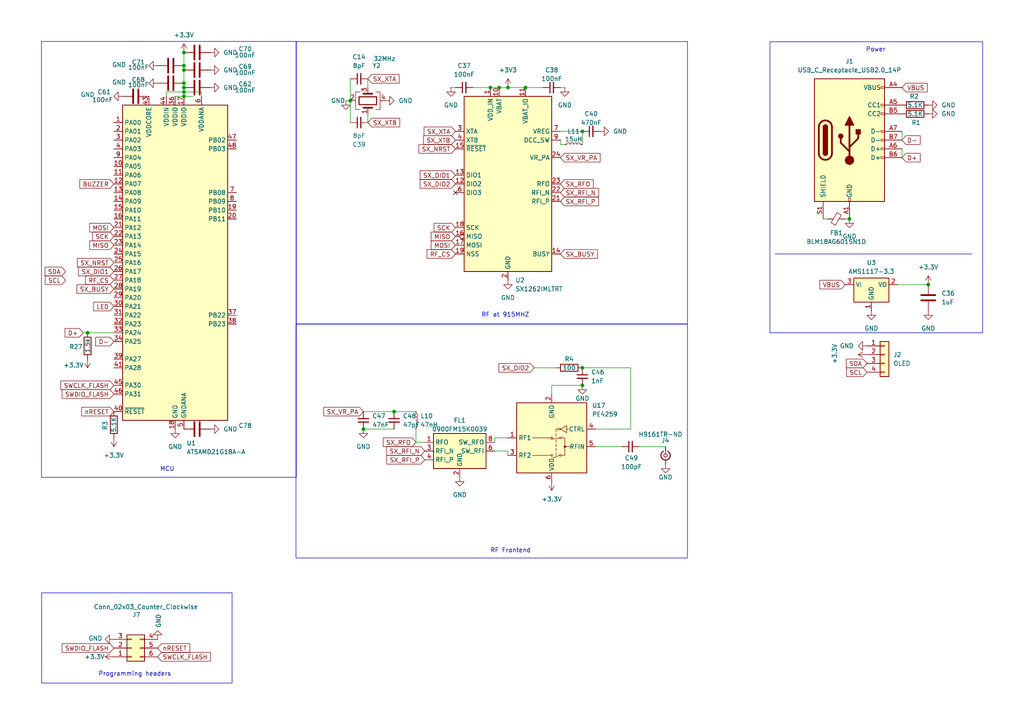
<source format=kicad_sch>
(kicad_sch (version 20250114) (generator "eeschema") (generator_version "9.0")
  (paper "A4")
  (lib_symbols
    (symbol "Connector:Conn_Coaxial_Small" (pin_numbers (hide yes)) (pin_names (offset 1.016) (hide yes))
      (property "Reference" "J" (at 0.254 3.048 0))
      (property "Value" "Conn_Coaxial_Small" (at 0 -3.81 0))
      (symbol "Conn_Coaxial_Small_0_1"
        (polyline (pts (xy -2.54 0) (xy -0.508 0)))
        (circle (center 0 0) (radius 0.508) (stroke (width 0.2032)))
      )
      (symbol "Conn_Coaxial_Small_1_1"
        (arc (start 1.3484 0.0039) (mid 0.327 -1.308) (end -1.1916 -0.6311) (stroke (width 0.3048)))
        (arc (start -1.1916 0.6311) (mid 0.327 1.3081) (end 1.3484 -0.0039) (stroke (width 0.3048)))
        (pin passive line (at -2.54 0 0) (length 1.27) (name "In") (number "1"))
        (pin passive line (at 2.54 0 180) (length 1.27) (name "Ext") (number "2"))
      )
    )
    (symbol "Connector:USB_C_Receptacle_USB2.0_14P" (pin_names (offset 1.016))
      (property "Reference" "J" (at 0 22.225 0))
      (property "Value" "USB_C_Receptacle_USB2.0_14P" (at 0 19.685 0))
      (symbol "USB_C_Receptacle_USB2.0_14P_0_0"
        (rectangle (start -0.254 -17.78) (end 0.254 -16.764))
        (rectangle (start 10.16 15.494) (end 9.144 14.986))
        (rectangle (start 10.16 10.414) (end 9.144 9.906))
        (rectangle (start 10.16 7.874) (end 9.144 7.366))
        (rectangle (start 10.16 2.794) (end 9.144 2.286))
        (rectangle (start 10.16 0.254) (end 9.144 -0.254))
        (rectangle (start 10.16 -2.286) (end 9.144 -2.794))
        (rectangle (start 10.16 -4.826) (end 9.144 -5.334))
      )
      (symbol "USB_C_Receptacle_USB2.0_14P_0_1"
        (rectangle (start -10.16 17.78) (end 10.16 -17.78) (stroke (width 0.254)) (fill (type background)))
        (polyline (pts (xy -8.89 -3.81) (xy -8.89 3.81)) (stroke (width 0.508)))
        (rectangle (start -7.62 -3.81) (end -6.35 3.81) (stroke (width 0.254)) (fill (type outline)))
        (arc (start -7.62 3.81) (mid -6.985 4.4423) (end -6.35 3.81) (stroke (width 0.254)))
        (arc (start -7.62 3.81) (mid -6.985 4.4423) (end -6.35 3.81) (stroke (width 0.254)) (fill (type outline)))
        (arc (start -8.89 3.81) (mid -6.985 5.7067) (end -5.08 3.81) (stroke (width 0.508)))
        (arc (start -5.08 -3.81) (mid -6.985 -5.7067) (end -8.89 -3.81) (stroke (width 0.508)))
        (arc (start -6.35 -3.81) (mid -6.985 -4.4423) (end -7.62 -3.81) (stroke (width 0.254)))
        (arc (start -6.35 -3.81) (mid -6.985 -4.4423) (end -7.62 -3.81) (stroke (width 0.254)) (fill (type outline)))
        (polyline (pts (xy -5.08 3.81) (xy -5.08 -3.81)) (stroke (width 0.508)))
        (circle (center -2.54 1.143) (radius 0.635) (stroke (width 0.254)) (fill (type outline)))
        (polyline (pts (xy -1.27 4.318) (xy 0 6.858) (xy 1.27 4.318) (xy -1.27 4.318)) (stroke (width 0.254)) (fill (type outline)))
        (polyline (pts (xy 0 -2.032) (xy 2.54 0.508) (xy 2.54 1.778)) (stroke (width 0.508)))
        (polyline (pts (xy 0 -3.302) (xy -2.54 -0.762) (xy -2.54 0.508)) (stroke (width 0.508)))
        (polyline (pts (xy 0 -5.842) (xy 0 4.318)) (stroke (width 0.508)))
        (circle (center 0 -5.842) (radius 1.27) (fill (type outline)))
        (rectangle (start 1.905 1.778) (end 3.175 3.048) (stroke (width 0.254)) (fill (type outline)))
      )
      (symbol "USB_C_Receptacle_USB2.0_14P_1_1"
        (pin passive line (at -7.62 -22.86 90) (length 5.08) (name "SHIELD") (number "S1"))
        (pin passive line (at 0 -22.86 90) (length 5.08) (name "GND") (number "A1"))
        (pin passive line (at 0 -22.86 90) (length 5.08) (hide yes) (name "GND") (number "A12"))
        (pin passive line (at 0 -22.86 90) (length 5.08) (hide yes) (name "GND") (number "B1"))
        (pin passive line (at 0 -22.86 90) (length 5.08) (hide yes) (name "GND") (number "B12"))
        (pin passive line (at 15.24 15.24 180) (length 5.08) (name "VBUS") (number "A4"))
        (pin passive line (at 15.24 15.24 180) (length 5.08) (hide yes) (name "VBUS") (number "A9"))
        (pin passive line (at 15.24 15.24 180) (length 5.08) (hide yes) (name "VBUS") (number "B4"))
        (pin passive line (at 15.24 15.24 180) (length 5.08) (hide yes) (name "VBUS") (number "B9"))
        (pin bidirectional line (at 15.24 10.16 180) (length 5.08) (name "CC1") (number "A5"))
        (pin bidirectional line (at 15.24 7.62 180) (length 5.08) (name "CC2") (number "B5"))
        (pin bidirectional line (at 15.24 2.54 180) (length 5.08) (name "D-") (number "A7"))
        (pin bidirectional line (at 15.24 0 180) (length 5.08) (name "D-") (number "B7"))
        (pin bidirectional line (at 15.24 -2.54 180) (length 5.08) (name "D+") (number "A6"))
        (pin bidirectional line (at 15.24 -5.08 180) (length 5.08) (name "D+") (number "B6"))
      )
    )
    (symbol "Connector_Generic:Conn_01x04" (pin_names (offset 1.016) (hide yes))
      (property "Reference" "J" (at 0 5.08 0))
      (property "Value" "Conn_01x04" (at 0 -7.62 0))
      (symbol "Conn_01x04_1_1"
        (rectangle (start -1.27 3.81) (end 1.27 -6.35) (stroke (width 0.254)) (fill (type background)))
        (rectangle (start -1.27 2.667) (end 0 2.413) (stroke (width 0.1524)))
        (rectangle (start -1.27 0.127) (end 0 -0.127) (stroke (width 0.1524)))
        (rectangle (start -1.27 -2.413) (end 0 -2.667) (stroke (width 0.1524)))
        (rectangle (start -1.27 -4.953) (end 0 -5.207) (stroke (width 0.1524)))
        (pin passive line (at -5.08 2.54 0) (length 3.81) (name "Pin_1") (number "1"))
        (pin passive line (at -5.08 0 0) (length 3.81) (name "Pin_2") (number "2"))
        (pin passive line (at -5.08 -2.54 0) (length 3.81) (name "Pin_3") (number "3"))
        (pin passive line (at -5.08 -5.08 0) (length 3.81) (name "Pin_4") (number "4"))
      )
    )
    (symbol "Connector_Generic:Conn_02x03_Counter_Clockwise" (pin_names (offset 1.016) (hide yes))
      (property "Reference" "J" (at 1.27 5.08 0))
      (property "Value" "Conn_02x03_Counter_Clockwise" (at 1.27 -5.08 0))
      (symbol "Conn_02x03_Counter_Clockwise_1_1"
        (rectangle (start -1.27 3.81) (end 3.81 -3.81) (stroke (width 0.254)) (fill (type background)))
        (rectangle (start -1.27 2.667) (end 0 2.413) (stroke (width 0.1524)))
        (rectangle (start -1.27 0.127) (end 0 -0.127) (stroke (width 0.1524)))
        (rectangle (start -1.27 -2.413) (end 0 -2.667) (stroke (width 0.1524)))
        (rectangle (start 3.81 2.667) (end 2.54 2.413) (stroke (width 0.1524)))
        (rectangle (start 3.81 0.127) (end 2.54 -0.127) (stroke (width 0.1524)))
        (rectangle (start 3.81 -2.413) (end 2.54 -2.667) (stroke (width 0.1524)))
        (pin passive line (at -5.08 2.54 0) (length 3.81) (name "Pin_1") (number "1"))
        (pin passive line (at -5.08 0 0) (length 3.81) (name "Pin_2") (number "2"))
        (pin passive line (at -5.08 -2.54 0) (length 3.81) (name "Pin_3") (number "3"))
        (pin passive line (at 7.62 2.54 180) (length 3.81) (name "Pin_6") (number "6"))
        (pin passive line (at 7.62 0 180) (length 3.81) (name "Pin_5") (number "5"))
        (pin passive line (at 7.62 -2.54 180) (length 3.81) (name "Pin_4") (number "4"))
      )
    )
    (symbol "Device:C" (pin_numbers (hide yes)) (pin_names (offset 0.254))
      (property "Reference" "C" (at 0.635 2.54 0))
      (property "Value" "C" (at 0.635 -2.54 0))
      (symbol "C_0_1"
        (polyline (pts (xy -2.032 0.762) (xy 2.032 0.762)) (stroke (width 0.508)))
        (polyline (pts (xy -2.032 -0.762) (xy 2.032 -0.762)) (stroke (width 0.508)))
      )
      (symbol "C_1_1"
        (pin passive line (at 0 3.81 270) (length 2.794) (name "~") (number "1"))
        (pin passive line (at 0 -3.81 90) (length 2.794) (name "~") (number "2"))
      )
    )
    (symbol "Device:C_Small" (pin_numbers (hide yes)) (pin_names (offset 0.254) (hide yes))
      (property "Reference" "C" (at 0.254 1.778 0))
      (property "Value" "C_Small" (at 0.254 -2.032 0))
      (symbol "C_Small_0_1"
        (polyline (pts (xy -1.524 0.508) (xy 1.524 0.508)) (stroke (width 0.3048)))
        (polyline (pts (xy -1.524 -0.508) (xy 1.524 -0.508)) (stroke (width 0.3302)))
      )
      (symbol "C_Small_1_1"
        (pin passive line (at 0 2.54 270) (length 2.032) (name "~") (number "1"))
        (pin passive line (at 0 -2.54 90) (length 2.032) (name "~") (number "2"))
      )
    )
    (symbol "Device:Crystal_GND24" (pin_names (offset 1.016) (hide yes))
      (property "Reference" "Y" (at 3.175 5.08 0))
      (property "Value" "Crystal_GND24" (at 3.175 3.175 0))
      (symbol "Crystal_GND24_0_1"
        (polyline (pts (xy -2.54 2.286) (xy -2.54 3.556) (xy 2.54 3.556) (xy 2.54 2.286)))
        (polyline (pts (xy -2.54 0) (xy -2.032 0)))
        (polyline (pts (xy -2.54 -2.286) (xy -2.54 -3.556) (xy 2.54 -3.556) (xy 2.54 -2.286)))
        (polyline (pts (xy -2.032 -1.27) (xy -2.032 1.27)) (stroke (width 0.508)))
        (rectangle (start -1.143 2.54) (end 1.143 -2.54) (stroke (width 0.3048)))
        (polyline (pts (xy 0 3.556) (xy 0 3.81)))
        (polyline (pts (xy 0 -3.81) (xy 0 -3.556)))
        (polyline (pts (xy 2.032 0) (xy 2.54 0)))
        (polyline (pts (xy 2.032 -1.27) (xy 2.032 1.27)) (stroke (width 0.508)))
      )
      (symbol "Crystal_GND24_1_1"
        (pin passive line (at -3.81 0 0) (length 1.27) (name "1") (number "1"))
        (pin passive line (at 0 5.08 270) (length 1.27) (name "2") (number "2"))
        (pin passive line (at 0 -5.08 90) (length 1.27) (name "4") (number "4"))
        (pin passive line (at 3.81 0 180) (length 1.27) (name "3") (number "3"))
      )
    )
    (symbol "Device:FerriteBead_Small" (pin_numbers (hide yes)) (pin_names (offset 0))
      (property "Reference" "FB" (at 1.905 1.27 0))
      (property "Value" "FerriteBead_Small" (at 1.905 -1.27 0))
      (symbol "FerriteBead_Small_0_1"
        (polyline (pts (xy -1.8288 0.2794) (xy -1.1176 1.4986) (xy 1.8288 -0.2032) (xy 1.1176 -1.4224) (xy -1.8288 0.2794)))
        (polyline (pts (xy 0 0.889) (xy 0 1.2954)))
        (polyline (pts (xy 0 -1.27) (xy 0 -0.7874)))
      )
      (symbol "FerriteBead_Small_1_1"
        (pin passive line (at 0 2.54 270) (length 1.27) (name "~") (number "1"))
        (pin passive line (at 0 -2.54 90) (length 1.27) (name "~") (number "2"))
      )
    )
    (symbol "Device:L_Small" (pin_numbers (hide yes)) (pin_names (offset 0.254) (hide yes))
      (property "Reference" "L" (at 0.762 1.016 0))
      (property "Value" "L_Small" (at 0.762 -1.016 0))
      (symbol "L_Small_0_1"
        (arc (start 0 2.032) (mid 0.5058 1.524) (end 0 1.016))
        (arc (start 0 1.016) (mid 0.5058 0.508) (end 0 0))
        (arc (start 0 0) (mid 0.5058 -0.508) (end 0 -1.016))
        (arc (start 0 -1.016) (mid 0.5058 -1.524) (end 0 -2.032))
      )
      (symbol "L_Small_1_1"
        (pin passive line (at 0 2.54 270) (length 0.508) (name "~") (number "1"))
        (pin passive line (at 0 -2.54 90) (length 0.508) (name "~") (number "2"))
      )
    )
    (symbol "Device:R" (pin_numbers (hide yes)) (pin_names (offset 0))
      (property "Reference" "R" (at 2.032 0 90))
      (property "Value" "R" (at 0 0 90))
      (symbol "R_0_1"
        (rectangle (start -1.016 -2.54) (end 1.016 2.54) (stroke (width 0.254)))
      )
      (symbol "R_1_1"
        (pin passive line (at 0 3.81 270) (length 1.27) (name "~") (number "1"))
        (pin passive line (at 0 -3.81 90) (length 1.27) (name "~") (number "2"))
      )
    )
    (symbol "Filter:0900FM15K0039"
      (property "Reference" "FL" (at -6.35 -6.35 0))
      (property "Value" "0900FM15K0039" (at 0 6.35 0))
      (symbol "0900FM15K0039_0_0"
        (pin passive line (at -10.16 2.54 0) (length 2.54) (name "RFO") (number "1"))
        (pin passive line (at -10.16 0 0) (length 2.54) (name "RFI_N") (number "3"))
        (pin passive line (at -10.16 -2.54 0) (length 2.54) (name "RFI_P") (number "4"))
        (pin passive line (at 0 -7.62 90) (length 2.54) (hide yes) (name "GND") (number "10"))
        (pin power_in line (at 0 -7.62 90) (length 2.54) (name "GND") (number "2"))
        (pin passive line (at 0 -7.62 90) (length 2.54) (hide yes) (name "GND") (number "5"))
        (pin passive line (at 0 -7.62 90) (length 2.54) (hide yes) (name "GND") (number "7"))
        (pin passive line (at 0 -7.62 90) (length 2.54) (hide yes) (name "GND") (number "9"))
        (pin passive line (at 10.16 2.54 180) (length 2.54) (name "SW_RFO") (number "8"))
        (pin passive line (at 10.16 0 180) (length 2.54) (name "SW_RFI") (number "6"))
      )
      (symbol "0900FM15K0039_0_1"
        (rectangle (start -7.62 5.08) (end 7.62 -5.08) (stroke (width 0.254)) (fill (type background)))
      )
    )
    (symbol "MCU_Microchip_SAMD:ATSAMD21G18A-A"
      (property "Reference" "U" (at -13.97 46.99 0))
      (property "Value" "ATSAMD21G18A-A" (at 16.51 46.99 0))
      (symbol "ATSAMD21G18A-A_0_1"
        (rectangle (start -15.24 45.72) (end 15.24 -45.72) (stroke (width 0.254)) (fill (type background)))
      )
      (symbol "ATSAMD21G18A-A_1_1"
        (pin bidirectional line (at -17.78 40.64 0) (length 2.54) (name "PA00") (number "1"))
        (pin bidirectional line (at -17.78 38.1 0) (length 2.54) (name "PA01") (number "2"))
        (pin bidirectional line (at -17.78 35.56 0) (length 2.54) (name "PA02") (number "3"))
        (pin bidirectional line (at -17.78 33.02 0) (length 2.54) (name "PA03") (number "4"))
        (pin bidirectional line (at -17.78 30.48 0) (length 2.54) (name "PA04") (number "9"))
        (pin bidirectional line (at -17.78 27.94 0) (length 2.54) (name "PA05") (number "10"))
        (pin bidirectional line (at -17.78 25.4 0) (length 2.54) (name "PA06") (number "11"))
        (pin bidirectional line (at -17.78 22.86 0) (length 2.54) (name "PA07") (number "12"))
        (pin bidirectional line (at -17.78 20.32 0) (length 2.54) (name "PA08") (number "13"))
        (pin bidirectional line (at -17.78 17.78 0) (length 2.54) (name "PA09") (number "14"))
        (pin bidirectional line (at -17.78 15.24 0) (length 2.54) (name "PA10") (number "15"))
        (pin bidirectional line (at -17.78 12.7 0) (length 2.54) (name "PA11") (number "16"))
        (pin bidirectional line (at -17.78 10.16 0) (length 2.54) (name "PA12") (number "21"))
        (pin bidirectional line (at -17.78 7.62 0) (length 2.54) (name "PA13") (number "22"))
        (pin bidirectional line (at -17.78 5.08 0) (length 2.54) (name "PA14") (number "23"))
        (pin bidirectional line (at -17.78 2.54 0) (length 2.54) (name "PA15") (number "24"))
        (pin bidirectional line (at -17.78 0 0) (length 2.54) (name "PA16") (number "25"))
        (pin bidirectional line (at -17.78 -2.54 0) (length 2.54) (name "PA17") (number "26"))
        (pin bidirectional line (at -17.78 -5.08 0) (length 2.54) (name "PA18") (number "27"))
        (pin bidirectional line (at -17.78 -7.62 0) (length 2.54) (name "PA19") (number "28"))
        (pin bidirectional line (at -17.78 -10.16 0) (length 2.54) (name "PA20") (number "29"))
        (pin bidirectional line (at -17.78 -12.7 0) (length 2.54) (name "PA21") (number "30"))
        (pin bidirectional line (at -17.78 -15.24 0) (length 2.54) (name "PA22") (number "31"))
        (pin bidirectional line (at -17.78 -17.78 0) (length 2.54) (name "PA23") (number "32"))
        (pin bidirectional line (at -17.78 -20.32 0) (length 2.54) (name "PA24") (number "33"))
        (pin bidirectional line (at -17.78 -22.86 0) (length 2.54) (name "PA25") (number "34"))
        (pin bidirectional line (at -17.78 -27.94 0) (length 2.54) (name "PA27") (number "39"))
        (pin bidirectional line (at -17.78 -30.48 0) (length 2.54) (name "PA28") (number "41"))
        (pin bidirectional line (at -17.78 -35.56 0) (length 2.54) (name "PA30") (number "45"))
        (pin bidirectional line (at -17.78 -38.1 0) (length 2.54) (name "PA31") (number "46"))
        (pin input line (at -17.78 -43.18 0) (length 2.54) (name "~{RESET}") (number "40"))
        (pin power_out line (at -7.62 48.26 270) (length 2.54) (name "VDDCORE") (number "43"))
        (pin power_in line (at -2.54 48.26 270) (length 2.54) (name "VDDIN") (number "44"))
        (pin power_in line (at 0 48.26 270) (length 2.54) (name "VDDIO") (number "36"))
        (pin power_in line (at 0 -48.26 90) (length 2.54) (name "GND") (number "18"))
        (pin passive line (at 0 -48.26 90) (length 2.54) (hide yes) (name "GND") (number "35"))
        (pin passive line (at 0 -48.26 90) (length 2.54) (hide yes) (name "GND") (number "42"))
        (pin power_in line (at 2.54 48.26 270) (length 2.54) (name "VDDIO") (number "17"))
        (pin power_in line (at 2.54 -48.26 90) (length 2.54) (name "GNDANA") (number "5"))
        (pin power_in line (at 7.62 48.26 270) (length 2.54) (name "VDDANA") (number "6"))
        (pin bidirectional line (at 17.78 35.56 180) (length 2.54) (name "PB02") (number "47"))
        (pin bidirectional line (at 17.78 33.02 180) (length 2.54) (name "PB03") (number "48"))
        (pin bidirectional line (at 17.78 20.32 180) (length 2.54) (name "PB08") (number "7"))
        (pin bidirectional line (at 17.78 17.78 180) (length 2.54) (name "PB09") (number "8"))
        (pin bidirectional line (at 17.78 15.24 180) (length 2.54) (name "PB10") (number "19"))
        (pin bidirectional line (at 17.78 12.7 180) (length 2.54) (name "PB11") (number "20"))
        (pin bidirectional line (at 17.78 -15.24 180) (length 2.54) (name "PB22") (number "37"))
        (pin bidirectional line (at 17.78 -17.78 180) (length 2.54) (name "PB23") (number "38"))
      )
    )
    (symbol "RF:SX1262IMLTRT"
      (property "Reference" "U" (at 13.97 24.13 0))
      (property "Value" "SX1262IMLTRT" (at 13.97 21.59 0))
      (symbol "SX1262IMLTRT_0_1"
        (rectangle (start -12.7 25.4) (end 12.7 -25.4) (stroke (width 0.254)) (fill (type background)))
      )
      (symbol "SX1262IMLTRT_1_1"
        (pin bidirectional line (at -15.24 15.24 0) (length 2.54) (name "XTA") (number "3"))
        (pin bidirectional line (at -15.24 12.7 0) (length 2.54) (name "XTB") (number "4"))
        (pin input line (at -15.24 10.16 0) (length 2.54) (name "~{RESET}") (number "15"))
        (pin bidirectional line (at -15.24 2.54 0) (length 2.54) (name "DIO1") (number "13"))
        (pin bidirectional line (at -15.24 0 0) (length 2.54) (name "DIO2") (number "12"))
        (pin bidirectional line (at -15.24 -2.54 0) (length 2.54) (name "DIO3") (number "6"))
        (pin input line (at -15.24 -12.7 0) (length 2.54) (name "SCK") (number "18"))
        (pin tri_state inverted (at -15.24 -15.24 0) (length 2.54) (name "MISO") (number "16"))
        (pin input line (at -15.24 -17.78 0) (length 2.54) (name "MOSI") (number "17"))
        (pin input line (at -15.24 -20.32 0) (length 2.54) (name "NSS") (number "19"))
        (pin power_in line (at -5.08 27.94 270) (length 2.54) (name "VDD_IN") (number "1"))
        (pin power_in line (at -2.54 27.94 270) (length 2.54) (name "VBAT") (number "10"))
        (pin power_in line (at 0 -27.94 90) (length 2.54) (name "GND") (number "2"))
        (pin passive line (at 0 -27.94 90) (length 2.54) (hide yes) (name "GND") (number "20"))
        (pin passive line (at 0 -27.94 90) (length 2.54) (hide yes) (name "GND") (number "25"))
        (pin passive line (at 0 -27.94 90) (length 2.54) (hide yes) (name "GND") (number "5"))
        (pin passive line (at 0 -27.94 90) (length 2.54) (hide yes) (name "GND") (number "8"))
        (pin power_in line (at 5.08 27.94 270) (length 2.54) (name "VBAT_IO") (number "11"))
        (pin power_out line (at 15.24 15.24 180) (length 2.54) (name "VREG") (number "7"))
        (pin power_out line (at 15.24 12.7 180) (length 2.54) (name "DCC_SW") (number "9"))
        (pin power_out line (at 15.24 7.62 180) (length 2.54) (name "VR_PA") (number "24"))
        (pin output line (at 15.24 0 180) (length 2.54) (name "RFO") (number "23"))
        (pin input line (at 15.24 -2.54 180) (length 2.54) (name "RFI_N") (number "22"))
        (pin input line (at 15.24 -5.08 180) (length 2.54) (name "RFI_P") (number "21"))
        (pin output line (at 15.24 -20.32 180) (length 2.54) (name "BUSY") (number "14"))
      )
    )
    (symbol "RF_Switch_Extended:PE4259"
      (property "Reference" "U" (at -10.16 11.43 0))
      (property "Value" "PE4259" (at 1.27 11.43 0))
      (symbol "PE4259_0_0"
        (rectangle (start -10.16 10.16) (end 10.16 -10.16) (stroke (width 0.254)) (fill (type background)))
        (polyline (pts (xy -4.318 -1.524) (xy -4.318 -3.556) (xy -2.54 -2.54) (xy -4.318 -1.524)))
        (polyline (pts (xy -4.318 -2.54) (xy -4.826 -2.54)))
        (circle (center -3.81 2.54) (radius 0.254) (fill (type outline)))
        (polyline (pts (xy -3.81 2.54) (xy -5.588 2.54)))
        (polyline (pts (xy -2.794 0) (xy -3.81 0) (xy -3.81 5.08) (xy -2.794 5.08)))
        (circle (center -2.286 -2.54) (radius 0.254))
        (polyline (pts (xy -1.27 5.08) (xy -1.27 4.318)))
        (polyline (pts (xy -1.27 3.81) (xy -1.27 3.048)))
        (polyline (pts (xy -1.27 2.54) (xy -1.27 1.778)))
        (polyline (pts (xy -1.27 1.27) (xy -1.27 0.508)))
        (polyline (pts (xy -1.27 -1.27) (xy -1.27 -0.508)))
        (polyline (pts (xy -1.27 -2.54) (xy -2.032 -2.54)))
        (polyline (pts (xy -1.27 -2.54) (xy -1.27 -1.778)))
        (polyline (pts (xy 0.254 5.08) (xy 5.588 5.08)))
        (polyline (pts (xy 0.254 0) (xy 5.588 0)))
      )
      (symbol "PE4259_0_1"
        (circle (center -2.54 5.08) (radius 0.254))
        (circle (center -2.54 0) (radius 0.254))
        (polyline (pts (xy -2.286 5.08) (xy -0.254 5.842)))
        (polyline (pts (xy -2.286 0) (xy 0.127 0.381)))
        (circle (center 0 5.08) (radius 0.254))
        (circle (center 0 0) (radius 0.254))
      )
      (symbol "PE4259_1_1"
        (pin passive line (at -12.7 2.54 0) (length 2.54) (name "RFIN") (number "5"))
        (pin input line (at -12.7 -2.54 0) (length 2.54) (name "CTRL") (number "4"))
        (pin power_in line (at 0 12.7 270) (length 2.54) (name "VDD") (number "6"))
        (pin power_in line (at 0 -12.7 90) (length 2.54) (name "GND") (number "2"))
        (pin passive line (at 12.7 5.08 180) (length 2.54) (name "RF2") (number "3"))
        (pin passive line (at 12.7 0 180) (length 2.54) (name "RF1") (number "1"))
      )
    )
    (symbol "Regulator_Linear:AMS1117-3.3"
      (property "Reference" "U" (at -3.81 3.175 0))
      (property "Value" "AMS1117-3.3" (at 0 3.175 0))
      (symbol "AMS1117-3.3_0_1"
        (rectangle (start -5.08 -5.08) (end 5.08 1.905) (stroke (width 0.254)) (fill (type background)))
      )
      (symbol "AMS1117-3.3_1_1"
        (pin power_in line (at -7.62 0 0) (length 2.54) (name "VI") (number "3"))
        (pin power_in line (at 0 -7.62 90) (length 2.54) (name "GND") (number "1"))
        (pin power_out line (at 7.62 0 180) (length 2.54) (name "VO") (number "2"))
      )
    )
    (symbol "power:+3.3V" (power) (pin_numbers (hide yes)) (pin_names (offset 0) (hide yes))
      (property "Value" "+3.3V" (at 0 3.556 0))
      (symbol "+3.3V_0_1"
        (polyline (pts (xy -0.762 1.27) (xy 0 2.54)))
        (polyline (pts (xy 0 2.54) (xy 0.762 1.27)))
        (polyline (pts (xy 0 0) (xy 0 2.54)))
      )
      (symbol "+3.3V_1_1"
        (pin power_in line (at 0 0 90) (length 0) (name "~") (number "1"))
      )
    )
    (symbol "power:+3V3" (power) (pin_numbers (hide yes)) (pin_names (offset 0) (hide yes))
      (property "Value" "+3V3" (at 0 3.556 0))
      (symbol "+3V3_0_1"
        (polyline (pts (xy -0.762 1.27) (xy 0 2.54)))
        (polyline (pts (xy 0 2.54) (xy 0.762 1.27)))
        (polyline (pts (xy 0 0) (xy 0 2.54)))
      )
      (symbol "+3V3_1_1"
        (pin power_in line (at 0 0 90) (length 0) (name "~") (number "1"))
      )
    )
    (symbol "power:GND" (power) (pin_numbers (hide yes)) (pin_names (offset 0) (hide yes))
      (property "Value" "GND" (at 0 -3.81 0))
      (symbol "GND_0_1"
        (polyline (pts (xy 0 0) (xy 0 -1.27) (xy 1.27 -1.27) (xy 0 -2.54) (xy -1.27 -1.27) (xy 0 -1.27)))
      )
      (symbol "GND_1_1"
        (pin power_in line (at 0 0 270) (length 0) (name "~") (number "1"))
      )
    )
  )
  (rectangle (start 12.084 171.9497) (end 67.31 198.12))
  (rectangle (start 12.0294 12.0203) (end 85.9597 138.43))
  (rectangle (start 85.8725 12.0583) (end 199.39 93.98))
  (rectangle (start 223.3112 12.1163) (end 285.0106 96.5199))
  (rectangle (start 85.8411 93.98) (end 199.39 161.8441))
  (text "Programming headers\n" (at 39.116 195.58 0) (effects (font (size 1.27 1.27))))
  (text "RF at 915MHZ" (at 146.558 91.44 0) (effects (font (size 1.27 1.27))))
  (text "RF Frontend" (at 148.082 159.766 0) (effects (font (size 1.27 1.27))))
  (text "Power" (at 254 14.478 0) (effects (font (size 1.27 1.27))))
  (text "MCU" (at 48.514 136.144 0) (effects (font (size 1.27 1.27))))
  (junction (at 144.78 25.4))
  (junction (at 105.41 124.46))
  (junction (at 53.34 25.4))
  (junction (at 142.24 25.4))
  (junction (at 168.91 38.1))
  (junction (at 147.32 25.4))
  (junction (at 168.91 106.68))
  (junction (at 53.34 20.32))
  (junction (at 114.3 119.38))
  (junction (at 101.6 29.21))
  (junction (at 53.34 19.05))
  (junction (at 53.34 15.24))
  (junction (at 53.34 24.13))
  (junction (at 53.34 26.67))
  (junction (at 168.91 111.76))
  (junction (at 269.24 82.55))
  (junction (at 25.4 96.52))
  (junction (at 53.34 27.94))
  (junction (at 152.4 25.4))
  (junction (at 246.38 63.5))
  (no_connect (at 132.08 55.88))
  (wire (pts (xy 144.78 25.4) (xy 142.24 25.4)))
  (wire (pts (xy 143.51 130.81) (xy 147.32 130.81)))
  (wire (pts (xy 53.34 26.67) (xy 58.42 26.67)))
  (wire (pts (xy 48.26 26.67) (xy 53.34 26.67)))
  (wire (pts (xy 157.48 25.4) (xy 152.4 25.4)))
  (wire (pts (xy 53.34 20.32) (xy 53.34 24.13)))
  (wire (pts (xy 162.56 38.1) (xy 168.91 38.1)))
  (wire (pts (xy 50.8 27.94) (xy 53.34 27.94)))
  (polyline (pts (xy 224.79 73.66) (xy 281.94 73.66)))
  (wire (pts (xy 261.62 43.18) (xy 261.62 45.72)))
  (wire (pts (xy 154.94 106.68) (xy 161.29 106.68)))
  (wire (pts (xy 106.68 22.86) (xy 106.68 25.4)))
  (wire (pts (xy 53.34 15.24) (xy 53.34 19.05)))
  (wire (pts (xy 185.42 129.54) (xy 193.04 129.54)))
  (wire (pts (xy 260.35 82.55) (xy 269.24 82.55)))
  (wire (pts (xy 48.26 26.67) (xy 48.26 27.94)))
  (wire (pts (xy 130.81 25.4) (xy 132.08 25.4)))
  (wire (pts (xy 172.72 124.46) (xy 182.88 124.46)))
  (wire (pts (xy 24.13 96.52) (xy 25.4 96.52)))
  (wire (pts (xy 53.34 24.13) (xy 53.34 25.4)))
  (wire (pts (xy 147.32 130.81) (xy 147.32 132.08)))
  (wire (pts (xy 105.41 119.38) (xy 114.3 119.38)))
  (wire (pts (xy 120.65 128.27) (xy 123.19 128.27)))
  (wire (pts (xy 53.34 27.94) (xy 55.88 27.94)))
  (wire (pts (xy 114.3 119.38) (xy 120.65 119.38)))
  (wire (pts (xy 172.72 129.54) (xy 180.34 129.54)))
  (wire (pts (xy 162.56 41.91) (xy 163.83 41.91)))
  (wire (pts (xy 137.16 25.4) (xy 142.24 25.4)))
  (wire (pts (xy 53.34 25.4) (xy 53.34 26.67)))
  (wire (pts (xy 240.03 63.5) (xy 238.76 63.5)))
  (wire (pts (xy 101.6 29.21) (xy 101.6 35.56)))
  (wire (pts (xy 162.56 25.4) (xy 163.83 25.4)))
  (wire (pts (xy 160.02 111.76) (xy 160.02 114.3)))
  (wire (pts (xy 105.41 124.46) (xy 114.3 124.46)))
  (wire (pts (xy 147.32 25.4) (xy 152.4 25.4)))
  (wire (pts (xy 168.91 38.1) (xy 168.91 41.91)))
  (wire (pts (xy 120.65 124.46) (xy 120.65 128.27)))
  (wire (pts (xy 58.42 26.67) (xy 58.42 27.94)))
  (wire (pts (xy 182.88 106.68) (xy 168.91 106.68)))
  (wire (pts (xy 261.62 38.1) (xy 261.62 40.64)))
  (wire (pts (xy 182.88 124.46) (xy 182.88 106.68)))
  (wire (pts (xy 143.51 127) (xy 143.51 128.27)))
  (wire (pts (xy 53.34 19.05) (xy 53.34 20.32)))
  (wire (pts (xy 100.33 29.21) (xy 101.6 29.21)))
  (wire (pts (xy 245.11 63.5) (xy 246.38 63.5)))
  (wire (pts (xy 106.68 33.02) (xy 106.68 35.56)))
  (wire (pts (xy 147.32 127) (xy 143.51 127)))
  (wire (pts (xy 147.32 25.4) (xy 144.78 25.4)))
  (wire (pts (xy 162.56 40.64) (xy 162.56 41.91)))
  (wire (pts (xy 168.91 111.76) (xy 160.02 111.76)))
  (wire (pts (xy 25.4 96.52) (xy 33.02 96.52)))
  (wire (pts (xy 101.6 22.86) (xy 101.6 29.21)))
  (wire (pts (xy 53.34 26.67) (xy 53.34 27.94)))
  (global_label "D-" (shape input) (at 33.02 99.06 180) (property "Intersheetrefs" "${INTERSHEET_REFS}" (effects (hide yes))))
  (global_label "MISO" (shape input) (at 33.02 71.12 180) (property "Intersheetrefs" "${INTERSHEET_REFS}" (effects (hide yes))))
  (global_label "SCL" (shape input) (at 19.05 81.28 180) (property "Intersheetrefs" "${INTERSHEET_REFS}" (effects (hide yes))))
  (global_label "D+" (shape input) (at 24.13 96.52 180) (property "Intersheetrefs" "${INTERSHEET_REFS}" (effects (hide yes))))
  (global_label "SX_RFI_N" (shape input) (at 162.56 55.88 0) (property "Intersheetrefs" "${INTERSHEET_REFS}" (effects (hide yes))))
  (global_label "MOSI" (shape input) (at 33.02 66.04 180) (property "Intersheetrefs" "${INTERSHEET_REFS}" (effects (hide yes))))
  (global_label "D-" (shape input) (at 261.62 40.64 0) (property "Intersheetrefs" "${INTERSHEET_REFS}" (effects (hide yes))))
  (global_label "SWCLK_FLASH" (shape input) (at 33.02 111.76 180) (property "Intersheetrefs" "${INTERSHEET_REFS}" (effects (hide yes))))
  (global_label "SX_BUSY" (shape input) (at 33.02 83.82 180) (property "Intersheetrefs" "${INTERSHEET_REFS}" (effects (hide yes))))
  (global_label "SX_VR_PA" (shape input) (at 162.56 45.72 0) (property "Intersheetrefs" "${INTERSHEET_REFS}" (effects (hide yes))))
  (global_label "SCL" (shape input) (at 251.46 107.95 180) (property "Intersheetrefs" "${INTERSHEET_REFS}" (effects (hide yes))))
  (global_label "SX_DIO1" (shape input) (at 33.02 78.74 180) (property "Intersheetrefs" "${INTERSHEET_REFS}" (effects (hide yes))))
  (global_label "BUZZER" (shape input) (at 33.02 53.34 180) (property "Intersheetrefs" "${INTERSHEET_REFS}" (effects (hide yes))))
  (global_label "SX_DIO2" (shape input) (at 154.94 106.68 180) (property "Intersheetrefs" "${INTERSHEET_REFS}" (effects (hide yes))))
  (global_label "SCK" (shape input) (at 132.08 66.04 180) (property "Intersheetrefs" "${INTERSHEET_REFS}" (effects (hide yes))))
  (global_label "RF_CS" (shape input) (at 33.02 81.28 180) (property "Intersheetrefs" "${INTERSHEET_REFS}" (effects (hide yes))))
  (global_label "MOSI" (shape input) (at 132.08 71.12 180) (property "Intersheetrefs" "${INTERSHEET_REFS}" (effects (hide yes))))
  (global_label "SWCLK_FLASH" (shape input) (at 45.72 190.5 0) (property "Intersheetrefs" "${INTERSHEET_REFS}" (effects (hide yes))))
  (global_label "SDA" (shape input) (at 19.05 78.74 180) (property "Intersheetrefs" "${INTERSHEET_REFS}" (effects (hide yes))))
  (global_label "SX_DIO1" (shape input) (at 132.08 50.8 180) (property "Intersheetrefs" "${INTERSHEET_REFS}" (effects (hide yes))))
  (global_label "SX_XTB" (shape input) (at 106.68 35.56 0) (property "Intersheetrefs" "${INTERSHEET_REFS}" (effects (hide yes))))
  (global_label "SX_XTA" (shape input) (at 132.08 38.1 180) (property "Intersheetrefs" "${INTERSHEET_REFS}" (effects (hide yes))))
  (global_label "SCK" (shape input) (at 33.02 68.58 180) (property "Intersheetrefs" "${INTERSHEET_REFS}" (effects (hide yes))))
  (global_label "SX_NRST" (shape input) (at 132.08 43.18 180) (property "Intersheetrefs" "${INTERSHEET_REFS}" (effects (hide yes))))
  (global_label "SX_RFI_P" (shape input) (at 162.56 58.42 0) (property "Intersheetrefs" "${INTERSHEET_REFS}" (effects (hide yes))))
  (global_label "SX_NRST" (shape input) (at 33.02 76.2 180) (property "Intersheetrefs" "${INTERSHEET_REFS}" (effects (hide yes))))
  (global_label "SX_RFI_P" (shape input) (at 123.19 133.35 180) (property "Intersheetrefs" "${INTERSHEET_REFS}" (effects (hide yes))))
  (global_label "SX_RFO" (shape input) (at 162.56 53.34 0) (property "Intersheetrefs" "${INTERSHEET_REFS}" (effects (hide yes))))
  (global_label "SX_XTB" (shape input) (at 132.08 40.64 180) (property "Intersheetrefs" "${INTERSHEET_REFS}" (effects (hide yes))))
  (global_label "SX_XTA" (shape input) (at 106.68 22.86 0) (property "Intersheetrefs" "${INTERSHEET_REFS}" (effects (hide yes))))
  (global_label "SX_DIO2" (shape input) (at 132.08 53.34 180) (property "Intersheetrefs" "${INTERSHEET_REFS}" (effects (hide yes))))
  (global_label "RF_CS" (shape input) (at 132.08 73.66 180) (property "Intersheetrefs" "${INTERSHEET_REFS}" (effects (hide yes))))
  (global_label "SX_VR_PA" (shape input) (at 105.41 119.38 180) (property "Intersheetrefs" "${INTERSHEET_REFS}" (effects (hide yes))))
  (global_label "VBUS" (shape input) (at 245.11 82.55 180) (property "Intersheetrefs" "${INTERSHEET_REFS}" (effects (hide yes))))
  (global_label "nRESET" (shape input) (at 33.02 119.38 180) (property "Intersheetrefs" "${INTERSHEET_REFS}" (effects (hide yes))))
  (global_label "LED" (shape input) (at 33.02 88.9 180) (property "Intersheetrefs" "${INTERSHEET_REFS}" (effects (hide yes))))
  (global_label "SX_RFI_N" (shape input) (at 123.19 130.81 180) (property "Intersheetrefs" "${INTERSHEET_REFS}" (effects (hide yes))))
  (global_label "nRESET" (shape input) (at 45.72 187.96 0) (property "Intersheetrefs" "${INTERSHEET_REFS}" (effects (hide yes))))
  (global_label "SWDIO_FLASH" (shape input) (at 33.02 187.96 180) (property "Intersheetrefs" "${INTERSHEET_REFS}" (effects (hide yes))))
  (global_label "SX_BUSY" (shape input) (at 162.56 73.66 0) (property "Intersheetrefs" "${INTERSHEET_REFS}" (effects (hide yes))))
  (global_label "D+" (shape input) (at 261.62 45.72 0) (property "Intersheetrefs" "${INTERSHEET_REFS}" (effects (hide yes))))
  (global_label "SWDIO_FLASH" (shape input) (at 33.02 114.3 180) (property "Intersheetrefs" "${INTERSHEET_REFS}" (effects (hide yes))))
  (global_label "SX_RFO" (shape input) (at 120.65 128.27 180) (property "Intersheetrefs" "${INTERSHEET_REFS}" (effects (hide yes))))
  (global_label "VBUS" (shape input) (at 261.62 25.4 0) (property "Intersheetrefs" "${INTERSHEET_REFS}" (effects (hide yes))))
  (global_label "MISO" (shape input) (at 132.08 68.58 180) (property "Intersheetrefs" "${INTERSHEET_REFS}" (effects (hide yes))))
  (global_label "SDA" (shape input) (at 251.46 105.41 180) (property "Intersheetrefs" "${INTERSHEET_REFS}" (effects (hide yes))))
  (symbol (lib_id "power:+3.3V") (at 53.34 15.24 0) (unit 1)
    (property "Reference" "#PWR06" (effects (hide yes)))
    (property "Value" "+3.3V" (at 53.34 10.16 0))
    (property "Description" "Power symbol creates a global label with name \"+3.3V\"" (effects (hide yes)))
  )
  (symbol (lib_id "power:GND") (at 45.72 24.13 270) (unit 1)
    (property "Reference" "#PWR0195" (effects (hide yes)))
    (property "Value" "GND" (at 36.576 23.876 90) (effects (justify right)))
    (property "Description" "Power symbol creates a global label with name \"GND\" , ground" (effects (hide yes)))
  )
  (symbol (lib_id "power:GND") (at 251.46 100.33 270) (unit 1)
    (property "Reference" "#PWR07" (effects (hide yes)))
    (property "Value" "GND" (at 247.65 100.3299 90) (effects (justify right)))
    (property "Description" "Power symbol creates a global label with name \"GND\" , ground" (effects (hide yes)))
  )
  (symbol (lib_id "Device:C") (at 49.53 24.13 90) (unit 1)
    (property "Reference" "C68" (at 40.132 23.114 90))
    (property "Value" "100nF" (at 40.132 24.638 90))
    (property "Footprint" "Capacitor_SMD:C_0603_1608Metric" (effects (hide yes)))
    (property "Description" "Unpolarized capacitor" (effects (hide yes)))
  )
  (symbol (lib_id "power:GND") (at 60.96 25.4 90) (unit 1)
    (property "Reference" "#PWR0167" (effects (hide yes)))
    (property "Value" "GND" (at 64.77 25.4001 90) (effects (justify right)))
    (property "Description" "Power symbol creates a global label with name \"GND\" , ground" (effects (hide yes)))
  )
  (symbol (lib_id "Device:C_Small") (at 182.88 129.54 90) (unit 1)
    (property "Reference" "C49" (at 183.134 132.842 90))
    (property "Value" "100pF" (at 183.134 135.382 90))
    (property "Footprint" "Capacitor_SMD:C_0603_1608Metric" (effects (hide yes)))
    (property "Description" "Unpolarized capacitor, small symbol" (effects (hide yes)))
    (property "LCSC Part" "C14665" (effects (hide yes)))
  )
  (symbol (lib_id "Filter:0900FM15K0039") (at 133.35 130.81 0) (unit 1) (in_bom no)
    (property "Reference" "FL1" (at 133.35 121.92 0))
    (property "Value" "0900FM15K0039" (at 133.35 124.46 0))
    (property "Footprint" "RF_Converter:Balun_Johanson_0900FM15K0039" (effects (hide yes)))
    (property "Datasheet" "https://www.johansontechnology.com/datasheets/0900FM15K0039/0900FM15K0039.pdf" (effects (hide yes)))
    (property "Description" "868MHz/915MHz Sub-GHz Impedance Matched Filter integrated passive for Semtech SX1261, SX1262, LLCC68" (effects (hide yes)))
    (property "LCSC Part" "C5224443" (effects (hide yes)))
  )
  (symbol (lib_id "power:GND") (at 111.76 29.21 90) (unit 1)
    (property "Reference" "#PWR010" (effects (hide yes)))
    (property "Value" "GND" (at 115.57 29.2099 90) (effects (justify right)))
    (property "Description" "Power symbol creates a global label with name \"GND\" , ground" (effects (hide yes)))
  )
  (symbol (lib_id "power:+3V3") (at 147.32 25.4 0) (unit 1)
    (property "Reference" "#PWR0103" (effects (hide yes)))
    (property "Value" "+3V3" (at 147.32 20.32 0))
    (property "Description" "Power symbol creates a global label with name \"+3V3\"" (effects (hide yes)))
  )
  (symbol (lib_id "power:+3.3V") (at 33.02 190.5 90) (mirror x) (unit 1)
    (property "Reference" "#PWR0210" (effects (hide yes)))
    (property "Value" "+3.3V" (at 27.432 190.5 90))
    (property "Description" "Power symbol creates a global label with name \"+3.3V\"" (effects (hide yes)))
  )
  (symbol (lib_id "RF_Switch_Extended:PE4259") (at 160.02 127 180) (unit 1)
    (property "Reference" "U17" (at 171.704 117.602 0) (effects (justify right)))
    (property "Value" "PE4259" (at 171.704 120.142 0) (effects (justify right)))
    (property "Footprint" "Package_TO_SOT_SMD:SOT-363_SC-70-6" (effects (hide yes)))
    (property "Datasheet" "https://lcsc.com/datasheet/lcsc_datasheet_2409301504_pSemi-PE4259-63_C470892.pdf" (effects (hide yes)))
    (property "Description" "SPDT DC-9GHz switch" (effects (hide yes)))
    (property "LCSC Part" " C470892" (effects (hide yes)))
  )
  (symbol (lib_id "Device:C") (at 57.15 20.32 270) (unit 1)
    (property "Reference" "C69" (at 71.12 19.304 90))
    (property "Value" "100nF" (at 71.12 21.082 90))
    (property "Footprint" "Capacitor_SMD:C_0603_1608Metric" (effects (hide yes)))
    (property "Description" "Unpolarized capacitor" (effects (hide yes)))
  )
  (symbol (lib_id "power:GND") (at 246.38 63.5 0) (unit 1)
    (property "Reference" "#PWR01" (effects (hide yes)))
    (property "Value" "GND" (at 246.38 68.58 0))
    (property "Description" "Power symbol creates a global label with name \"GND\" , ground" (effects (hide yes)))
  )
  (symbol (lib_id "power:GND") (at 168.91 111.76 0) (unit 1)
    (property "Reference" "#PWR016" (effects (hide yes)))
    (property "Value" "GND" (at 168.91 115.57 0))
    (property "Description" "Power symbol creates a global label with name \"GND\" , ground" (effects (hide yes)))
  )
  (symbol (lib_id "Device:L_Small") (at 166.37 41.91 90) (unit 1)
    (property "Reference" "L11" (at 166.37 38.1 90))
    (property "Value" "15uH" (at 166.37 40.386 90))
    (property "Footprint" "Inductor_SMD:L_0805_2012Metric" (effects (hide yes)))
    (property "Description" "Inductor, small symbol" (effects (hide yes)))
    (property "LCSC Part" "C383402" (effects (hide yes)))
  )
  (symbol (lib_id "Device:C_Small") (at 104.14 22.86 90) (unit 1)
    (property "Reference" "C14" (at 104.1463 16.51 90))
    (property "Value" "8pF" (at 104.1463 19.05 90))
    (property "Footprint" "Capacitor_SMD:C_0603_1608Metric" (effects (hide yes)))
    (property "Description" "Unpolarized capacitor, small symbol" (effects (hide yes)))
    (property "LCSC Part" "C327316" (effects (hide yes)))
  )
  (symbol (lib_id "power:GND") (at 147.32 81.28 0) (unit 1)
    (property "Reference" "#PWR011" (effects (hide yes)))
    (property "Value" "GND" (at 147.32 86.36 0))
    (property "Description" "Power symbol creates a global label with name \"GND\" , ground" (effects (hide yes)))
  )
  (symbol (lib_id "Device:Crystal_GND24") (at 106.68 29.21 90) (unit 1)
    (property "Reference" "Y2" (at 109.22 19.05 90))
    (property "Value" "32MHz" (at 111.506 17.018 90))
    (property "Footprint" "Crystal:Crystal_SMD_3225-4Pin_3.2x2.5mm" (effects (hide yes)))
    (property "Description" "Four pin crystal, GND on pins 2 and 4" (effects (hide yes)))
    (property "LCSC Part" "C37635386" (effects (hide yes)))
  )
  (symbol (lib_id "RF:SX1262IMLTRT") (at 147.32 53.34 0) (unit 1)
    (property "Reference" "U2" (at 149.4633 81.28 0) (effects (justify left)))
    (property "Value" "SX1262IMLTRT" (at 149.4633 83.82 0) (effects (justify left)))
    (property "Footprint" "Package_DFN_QFN:QFN-24-1EP_4x4mm_P0.5mm_EP2.6x2.6mm" (effects (hide yes)))
    (property "Datasheet" "https://semtech.file.force.com/sfc/dist/version/download/?oid=00DE0000000JelG&ids=0682R00000IjPWSQA3&d=%2Fa%2F2R000000Un7F%2FyT.fKdAr9ZAo3cJLc4F2cBdUsMftpT2vsOICP7NmvMo" (effects (hide yes)))
    (property "Description" "150 MHz to 960 MHz Low Power Long Range Transceiver, 22dBm output power, spreading factor from 5 to 12, LoRA, QFN-24" (effects (hide yes)))
  )
  (symbol (lib_id "MCU_Microchip_SAMD:ATSAMD21G18A-A") (at 50.8 76.2 0) (unit 1)
    (property "Reference" "U1" (at 54.102 128.524 0) (effects (justify left)))
    (property "Value" "ATSAMD21G18A-A" (at 54.102 131.064 0) (effects (justify left)))
    (property "Footprint" "Package_QFP:TQFP-48_7x7mm_P0.5mm" (effects (hide yes)))
    (property "Datasheet" "http://ww1.microchip.com/downloads/en/DeviceDoc/SAM_D21_DA1_Family_Data%20Sheet_DS40001882E.pdf" (effects (hide yes)))
    (property "Description" "SAM D21 Microchip SMART ARM-based Flash MCU, 48Mhz, 256K Flash, 32K SRAM, TQFP-48" (effects (hide yes)))
  )
  (symbol (lib_id "Device:C") (at 49.53 19.05 90) (unit 1)
    (property "Reference" "C71" (at 40.132 18.034 90))
    (property "Value" "100nF" (at 40.132 19.558 90))
    (property "Footprint" "Capacitor_SMD:C_0603_1608Metric" (effects (hide yes)))
    (property "Description" "Unpolarized capacitor" (effects (hide yes)))
  )
  (symbol (lib_id "Device:R") (at 25.4 100.33 0) (unit 1)
    (property "Reference" "R27" (at 20.066 100.584 0) (effects (justify left)))
    (property "Value" "1.5k" (at 25.4 102.362 90) (effects (justify left)))
    (property "Footprint" "Resistor_SMD:R_0603_1608Metric" (effects (hide yes)))
    (property "Description" "Resistor" (effects (hide yes)))
  )
  (symbol (lib_id "power:GND") (at 105.41 124.46 0) (unit 1)
    (property "Reference" "#PWR020" (effects (hide yes)))
    (property "Value" "GND" (at 105.41 129.54 0))
    (property "Description" "Power symbol creates a global label with name \"GND\" , ground" (effects (hide yes)))
  )
  (symbol (lib_id "power:+3.3V") (at 33.02 127 180) (unit 1)
    (property "Reference" "#PWR04" (effects (hide yes)))
    (property "Value" "+3.3V" (at 33.02 132.08 0))
    (property "Description" "Power symbol creates a global label with name \"+3.3V\"" (effects (hide yes)))
  )
  (symbol (lib_id "Connector_Generic:Conn_02x03_Counter_Clockwise") (at 38.1 187.96 0) (mirror x) (unit 1)
    (property "Reference" "J7" (at 38.354 178.308 0) (effects (justify left)))
    (property "Value" "Conn_02x03_Counter_Clockwise" (at 27.178 176.022 0) (effects (justify left)))
    (property "Footprint" "Connector_PinHeader_2.54mm:PinHeader_2x03_P2.54mm_Vertical" (effects (hide yes)))
    (property "Description" "Generic connector, double row, 02x03, counter clockwise pin numbering scheme (similar to DIP package numbering), script generated (kicad-library-utils/schlib/autogen/connector/)" (effects (hide yes)))
  )
  (symbol (lib_id "Device:C_Small") (at 105.41 121.92 0) (unit 1)
    (property "Reference" "C47" (at 107.95 120.6562 0) (effects (justify left)))
    (property "Value" "47nF" (at 107.95 123.1962 0) (effects (justify left)))
    (property "Footprint" "Capacitor_SMD:C_0603_1608Metric" (effects (hide yes)))
    (property "Description" "Unpolarized capacitor, small symbol" (effects (hide yes)))
    (property "LCSC Part" "C107093" (effects (hide yes)))
  )
  (symbol (lib_id "Connector_Generic:Conn_01x04") (at 256.54 102.87 0) (unit 1)
    (property "Reference" "J2" (at 259.08 102.8699 0) (effects (justify left)))
    (property "Value" "OLED" (at 259.08 105.4099 0) (effects (justify left)))
    (property "Footprint" "Connector:NS-Tech_Grove_1x04_P2mm_Vertical" (effects (hide yes)))
    (property "Description" "Generic connector, single row, 01x04, script generated (kicad-library-utils/schlib/autogen/connector/)" (effects (hide yes)))
  )
  (symbol (lib_id "power:GND") (at 133.35 138.43 0) (unit 1)
    (property "Reference" "#PWR018" (effects (hide yes)))
    (property "Value" "GND" (at 133.35 143.51 0))
    (property "Description" "Power symbol creates a global label with name \"GND\" , ground" (effects (hide yes)))
  )
  (symbol (lib_id "power:+3.3V") (at 269.24 82.55 0) (mirror y) (unit 1)
    (property "Reference" "#PWR0205" (effects (hide yes)))
    (property "Value" "+3.3V" (at 269.24 77.47 0))
    (property "Description" "Power symbol creates a global label with name \"+3.3V\"" (effects (hide yes)))
  )
  (symbol (lib_id "power:GND") (at 45.72 185.42 180) (unit 1)
    (property "Reference" "#PWR025" (effects (hide yes)))
    (property "Value" "GND" (at 45.974 182.118 90) (effects (justify right)))
    (property "Description" "Power symbol creates a global label with name \"GND\" , ground" (effects (hide yes)))
  )
  (symbol (lib_id "Device:R") (at 165.1 106.68 90) (unit 1)
    (property "Reference" "R4" (at 165.1 104.14 90))
    (property "Value" "100" (at 165.1 106.68 90))
    (property "Footprint" "Resistor_SMD:R_0603_1608Metric" (effects (hide yes)))
    (property "Description" "Resistor" (effects (hide yes)))
  )
  (symbol (lib_id "Device:C_Small") (at 160.02 25.4 90) (unit 1)
    (property "Reference" "C38" (at 160.0263 20.32 90))
    (property "Value" "100nF" (at 160.0263 22.86 90))
    (property "Footprint" "Capacitor_SMD:C_0603_1608Metric" (effects (hide yes)))
    (property "Description" "Unpolarized capacitor, small symbol" (effects (hide yes)))
    (property "LCSC Part" "C14663" (effects (hide yes)))
  )
  (symbol (lib_id "power:+3.3V") (at 25.4 104.14 180) (unit 1)
    (property "Reference" "#PWR05" (effects (hide yes)))
    (property "Value" "+3.3V" (at 21.336 105.918 0))
    (property "Description" "Power symbol creates a global label with name \"+3.3V\"" (effects (hide yes)))
  )
  (symbol (lib_id "Regulator_Linear:AMS1117-3.3") (at 252.73 82.55 0) (unit 1)
    (property "Reference" "U3" (at 252.73 76.2 0))
    (property "Value" "AMS1117-3.3" (at 252.73 78.74 0))
    (property "Footprint" "Package_TO_SOT_SMD:SOT-223-3_TabPin2" (effects (hide yes)))
    (property "Datasheet" "http://www.advanced-monolithic.com/pdf/ds1117.pdf" (effects (hide yes)))
    (property "Description" "1A Low Dropout regulator, positive, 3.3V fixed output, SOT-223" (effects (hide yes)))
  )
  (symbol (lib_id "Device:C") (at 57.15 25.4 270) (unit 1)
    (property "Reference" "C62" (at 71.12 24.384 90))
    (property "Value" "100nF" (at 71.12 26.162 90))
    (property "Footprint" "Capacitor_SMD:C_0603_1608Metric" (effects (hide yes)))
    (property "Description" "Unpolarized capacitor" (effects (hide yes)))
  )
  (symbol (lib_id "power:GND") (at 60.96 20.32 90) (unit 1)
    (property "Reference" "#PWR0196" (effects (hide yes)))
    (property "Value" "GND" (at 64.77 20.3201 90) (effects (justify right)))
    (property "Description" "Power symbol creates a global label with name \"GND\" , ground" (effects (hide yes)))
  )
  (symbol (lib_id "power:GND") (at 269.24 33.02 90) (unit 1)
    (property "Reference" "#PWR03" (effects (hide yes)))
    (property "Value" "GND" (at 273.05 33.0199 90) (effects (justify right)))
    (property "Description" "Power symbol creates a global label with name \"GND\" , ground" (effects (hide yes)))
  )
  (symbol (lib_id "power:GND") (at 173.99 38.1 90) (unit 1)
    (property "Reference" "#PWR012" (effects (hide yes)))
    (property "Value" "GND" (at 177.8 38.0999 90) (effects (justify right)))
    (property "Description" "Power symbol creates a global label with name \"GND\" , ground" (effects (hide yes)))
  )
  (symbol (lib_id "Device:R") (at 33.02 123.19 180) (unit 1)
    (property "Reference" "R3" (at 30.48 123.444 90))
    (property "Value" "5.1K" (at 33.02 123.19 90))
    (property "Footprint" "Capacitor_SMD:C_0603_1608Metric" (effects (hide yes)))
    (property "Description" "Resistor" (effects (hide yes)))
  )
  (symbol (lib_id "Device:FerriteBead_Small") (at 242.57 63.5 90) (unit 1)
    (property "Reference" "FB1" (at 242.57 67.564 90))
    (property "Value" "BLM18AG601SN1D" (at 242.57 70.104 90))
    (property "Footprint" "Resistor_SMD:R_0603_1608Metric" (effects (hide yes)))
    (property "Description" "Ferrite bead, small symbol" (effects (hide yes)))
    (property "LCSC Part" "C19330" (effects (hide yes)))
  )
  (symbol (lib_id "Device:R") (at 265.43 33.02 270) (unit 1)
    (property "Reference" "R1" (at 265.684 35.56 90))
    (property "Value" "5.1K" (at 265.43 33.02 90))
    (property "Footprint" "Capacitor_SMD:C_0603_1608Metric" (effects (hide yes)))
    (property "Description" "Resistor" (effects (hide yes)))
  )
  (symbol (lib_id "Connector:Conn_Coaxial_Small") (at 193.04 132.08 270) (unit 1)
    (property "Reference" "J4" (at 191.77 127.762 90) (effects (justify left)))
    (property "Value" "H9161TR-ND" (at 185.166 125.984 90) (effects (justify left)))
    (property "Footprint" "Connector_Coaxial:U.FL_Hirose_U.FL-R-SMT-1_Vertical" (effects (hide yes)))
    (property "Description" "small coaxial connector (BNC, SMA, SMB, SMC, Cinch/RCA, LEMO, ...)" (effects (hide yes)))
  )
  (symbol (lib_id "Connector:USB_C_Receptacle_USB2.0_14P") (at 246.38 40.64 0) (unit 1)
    (property "Reference" "J1" (at 246.38 17.78 0))
    (property "Value" "USB_C_Receptacle_USB2.0_14P" (at 246.38 20.32 0))
    (property "Footprint" "Connector_USB:USB_C_Receptacle_HCTL_HC-TYPE-C-16P-01A" (effects (hide yes)))
    (property "Datasheet" "https://www.usb.org/sites/default/files/documents/usb_type-c.zip" (effects (hide yes)))
    (property "Description" "USB 2.0-only 14P Type-C Receptacle connector" (effects (hide yes)))
  )
  (symbol (lib_id "power:GND") (at 60.96 124.46 90) (unit 1)
    (property "Reference" "#PWR0219" (effects (hide yes)))
    (property "Value" "GND" (at 64.77 124.4601 90) (effects (justify right)))
    (property "Description" "Power symbol creates a global label with name \"GND\" , ground" (effects (hide yes)))
  )
  (symbol (lib_id "power:GND") (at 193.04 134.62 0) (unit 1)
    (property "Reference" "#PWR017" (effects (hide yes)))
    (property "Value" "GND" (at 193.04 138.43 0))
    (property "Description" "Power symbol creates a global label with name \"GND\" , ground" (effects (hide yes)))
  )
  (symbol (lib_id "Device:L_Small") (at 120.65 121.92 0) (unit 1)
    (property "Reference" "L10" (at 121.92 120.6499 0) (effects (justify left)))
    (property "Value" "47nH" (at 121.92 123.1899 0) (effects (justify left)))
    (property "Footprint" "Inductor_SMD:L_0603_1608Metric" (effects (hide yes)))
    (property "Description" "Inductor, small symbol" (effects (hide yes)))
    (property "LCSC Part" "C285885" (effects (hide yes)))
  )
  (symbol (lib_id "power:GND") (at 33.02 185.42 270) (unit 1)
    (property "Reference" "#PWR019" (effects (hide yes)))
    (property "Value" "GND" (at 29.718 185.166 90) (effects (justify right)))
    (property "Description" "Power symbol creates a global label with name \"GND\" , ground" (effects (hide yes)))
  )
  (symbol (lib_id "Device:C_Small") (at 104.14 35.56 90) (mirror x) (unit 1)
    (property "Reference" "C39" (at 104.1463 41.91 90))
    (property "Value" "8pF" (at 104.1463 39.37 90))
    (property "Footprint" "Capacitor_SMD:C_0603_1608Metric" (effects (hide yes)))
    (property "Description" "Unpolarized capacitor, small symbol" (effects (hide yes)))
    (property "LCSC Part" "C327316" (effects (hide yes)))
  )
  (symbol (lib_id "power:GND") (at 130.81 25.4 0) (unit 1)
    (property "Reference" "#PWR014" (effects (hide yes)))
    (property "Value" "GND" (at 130.81 30.48 0))
    (property "Description" "Power symbol creates a global label with name \"GND\" , ground" (effects (hide yes)))
  )
  (symbol (lib_id "Device:R") (at 265.43 30.48 90) (unit 1)
    (property "Reference" "R2" (at 265.176 27.94 90))
    (property "Value" "5.1K" (at 265.43 30.48 90))
    (property "Footprint" "Capacitor_SMD:C_0603_1608Metric" (effects (hide yes)))
    (property "Description" "Resistor" (effects (hide yes)))
  )
  (symbol (lib_id "power:+3.3V") (at 160.02 139.7 180) (unit 1)
    (property "Reference" "#PWR015" (effects (hide yes)))
    (property "Value" "+3.3V" (at 160.02 144.78 0))
    (property "Description" "Power symbol creates a global label with name \"+3.3V\"" (effects (hide yes)))
  )
  (symbol (lib_id "power:GND") (at 269.24 30.48 90) (unit 1)
    (property "Reference" "#PWR02" (effects (hide yes)))
    (property "Value" "GND" (at 273.05 30.4799 90) (effects (justify right)))
    (property "Description" "Power symbol creates a global label with name \"GND\" , ground" (effects (hide yes)))
  )
  (symbol (lib_id "Device:C") (at 57.15 124.46 270) (unit 1)
    (property "Reference" "C78" (at 71.12 123.444 90))
    (property "Value" "100nF" (effects (hide yes)))
    (property "Footprint" "Capacitor_SMD:C_0603_1608Metric" (effects (hide yes)))
    (property "Description" "Unpolarized capacitor" (effects (hide yes)))
  )
  (symbol (lib_id "power:GND") (at 163.83 25.4 0) (unit 1)
    (property "Reference" "#PWR013" (effects (hide yes)))
    (property "Value" "GND" (at 163.83 30.48 0))
    (property "Description" "Power symbol creates a global label with name \"GND\" , ground" (effects (hide yes)))
  )
  (symbol (lib_id "power:GND") (at 269.24 90.17 0) (unit 1)
    (property "Reference" "#PWR0206" (effects (hide yes)))
    (property "Value" "GND" (at 269.24 95.25 0))
    (property "Description" "Power symbol creates a global label with name \"GND\" , ground" (effects (hide yes)))
  )
  (symbol (lib_id "power:GND") (at 35.56 27.94 270) (unit 1)
    (property "Reference" "#PWR0166" (effects (hide yes)))
    (property "Value" "GND" (at 27.432 27.432 90) (effects (justify right)))
    (property "Description" "Power symbol creates a global label with name \"GND\" , ground" (effects (hide yes)))
  )
  (symbol (lib_id "power:GND") (at 50.8 124.46 0) (unit 1)
    (property "Reference" "#PWR09" (effects (hide yes)))
    (property "Value" "GND" (at 50.8 129.54 0))
    (property "Description" "Power symbol creates a global label with name \"GND\" , ground" (effects (hide yes)))
  )
  (symbol (lib_id "power:+3.3V") (at 251.46 102.87 90) (mirror x) (unit 1)
    (property "Reference" "#PWR022" (effects (hide yes)))
    (property "Value" "+3.3V" (at 242.062 102.616 0))
    (property "Description" "Power symbol creates a global label with name \"+3.3V\"" (effects (hide yes)))
  )
  (symbol (lib_id "Device:C") (at 39.37 27.94 90) (unit 1)
    (property "Reference" "C61" (at 30.226 26.67 90))
    (property "Value" "100nF" (at 29.718 28.956 90))
    (property "Footprint" "Capacitor_SMD:C_0603_1608Metric" (effects (hide yes)))
    (property "Description" "Unpolarized capacitor" (effects (hide yes)))
  )
  (symbol (lib_id "power:GND") (at 100.33 29.21 0) (unit 1)
    (property "Reference" "#PWR08" (effects (hide yes)))
    (property "Value" "GND" (at 98.044 29.21 0))
    (property "Description" "Power symbol creates a global label with name \"GND\" , ground" (effects (hide yes)))
  )
  (symbol (lib_id "Device:C_Small") (at 134.62 25.4 90) (unit 1)
    (property "Reference" "C37" (at 134.6263 19.05 90))
    (property "Value" "100nF" (at 134.6263 21.59 90))
    (property "Footprint" "Capacitor_SMD:C_0603_1608Metric" (effects (hide yes)))
    (property "Description" "Unpolarized capacitor, small symbol" (effects (hide yes)))
    (property "LCSC Part" "C14663" (effects (hide yes)))
  )
  (symbol (lib_id "power:GND") (at 252.73 90.17 0) (unit 1)
    (property "Reference" "#PWR021" (effects (hide yes)))
    (property "Value" "GND" (at 252.73 95.25 0))
    (property "Description" "Power symbol creates a global label with name \"GND\" , ground" (effects (hide yes)))
  )
  (symbol (lib_id "power:GND") (at 60.96 15.24 90) (unit 1)
    (property "Reference" "#PWR0197" (effects (hide yes)))
    (property "Value" "GND" (at 64.77 15.2401 90) (effects (justify right)))
    (property "Description" "Power symbol creates a global label with name \"GND\" , ground" (effects (hide yes)))
  )
  (symbol (lib_id "power:GND") (at 45.72 19.05 270) (unit 1)
    (property "Reference" "#PWR0198" (effects (hide yes)))
    (property "Value" "GND" (at 36.576 18.796 90) (effects (justify right)))
    (property "Description" "Power symbol creates a global label with name \"GND\" , ground" (effects (hide yes)))
  )
  (symbol (lib_id "Device:C") (at 57.15 15.24 270) (unit 1)
    (property "Reference" "C70" (at 71.12 14.224 90))
    (property "Value" "100nF" (at 71.12 16.002 90))
    (property "Footprint" "Capacitor_SMD:C_0603_1608Metric" (effects (hide yes)))
    (property "Description" "Unpolarized capacitor" (effects (hide yes)))
  )
  (symbol (lib_id "Device:C_Small") (at 168.91 109.22 0) (unit 1)
    (property "Reference" "C46" (at 171.45 107.9562 0) (effects (justify left)))
    (property "Value" "1nF" (at 171.45 110.4962 0) (effects (justify left)))
    (property "Footprint" "Capacitor_SMD:C_0603_1608Metric" (effects (hide yes)))
    (property "Description" "Unpolarized capacitor, small symbol" (effects (hide yes)))
    (property "LCSC Part" "C100040" (effects (hide yes)))
  )
  (symbol (lib_id "Device:C_Small") (at 171.45 38.1 90) (unit 1)
    (property "Reference" "C40" (at 171.4563 33.02 90))
    (property "Value" "470nF" (at 171.4563 35.56 90))
    (property "Footprint" "Capacitor_SMD:C_0603_1608Metric" (effects (hide yes)))
    (property "Description" "Unpolarized capacitor, small symbol" (effects (hide yes)))
    (property "LCSC Part" "C1623" (effects (hide yes)))
  )
  (symbol (lib_id "Device:C_Small") (at 114.3 121.92 0) (unit 1)
    (property "Reference" "C48" (at 116.84 120.6562 0) (effects (justify left)))
    (property "Value" "47pF" (at 116.84 123.1962 0) (effects (justify left)))
    (property "Footprint" "Capacitor_SMD:C_0603_1608Metric" (effects (hide yes)))
    (property "Description" "Unpolarized capacitor, small symbol" (effects (hide yes)))
    (property "LCSC Part" "C105622" (effects (hide yes)))
  )
  (symbol (lib_id "Device:C") (at 269.24 86.36 0) (unit 1)
    (property "Reference" "C36" (at 273.05 85.0899 0) (effects (justify left)))
    (property "Value" "1uF" (at 273.05 87.6299 0) (effects (justify left)))
    (property "Footprint" "Capacitor_SMD:C_0603_1608Metric" (effects (hide yes)))
    (property "Description" "Unpolarized capacitor" (effects (hide yes)))
  )
)
</source>
